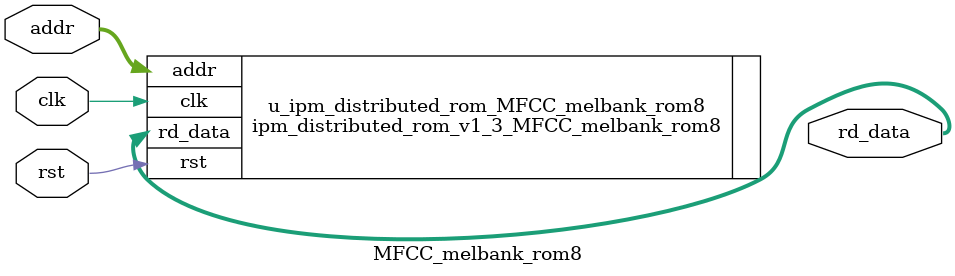
<source format=v>


`timescale 1 ns / 1 ps
module MFCC_melbank_rom8
    (
     addr        ,
     rst         ,
     clk         ,
     rd_data
    );

    localparam ADDR_WIDTH = 9 ; //@IPC int 4,10

    localparam DATA_WIDTH = 8 ; //@IPC int 1,256

    localparam RST_TYPE = "ASYNC" ; //@IPC enum ASYNC,SYNC

    localparam OUT_REG = 0 ; //@IPC bool

    localparam INIT_ENABLE = 1 ; //@IPC bool

    localparam INIT_FILE = "D:/PDS_FPGA/Audio_test/ipcore/MFCC_melbank_rom8/rtl/output7_MFCC_melbank_rom8.dat" ; //@IPC string

    localparam FILE_FORMAT = "BIN" ; //@IPC enum BIN,HEX


     output   wire  [DATA_WIDTH-1:0]       rd_data ;
     input    wire  [ADDR_WIDTH-1:0]       addr    ;
     input                                 clk     ;
     input                                 rst     ;

ipm_distributed_rom_v1_3_MFCC_melbank_rom8
   #(
     .ADDR_WIDTH    (ADDR_WIDTH     ), //address width   range:4-10
     .DATA_WIDTH    (DATA_WIDTH     ), //data width      range:4-256
     .RST_TYPE      (RST_TYPE       ), //reset type   "ASYNC_RESET" "SYNC_RESET"
     .OUT_REG       (OUT_REG        ), //output options :non_register(0)  register(1)
     .INIT_FILE     (INIT_FILE      ), //legal value:"NONE" or "initial file name"
     .FILE_FORMAT   (FILE_FORMAT    )  //initial data format : "bin" or "hex"
    )u_ipm_distributed_rom_MFCC_melbank_rom8
    (
     .rd_data       (rd_data        ),
     .addr          (addr           ),
     .clk           (clk            ),
     .rst           (rst            )

    );
endmodule

</source>
